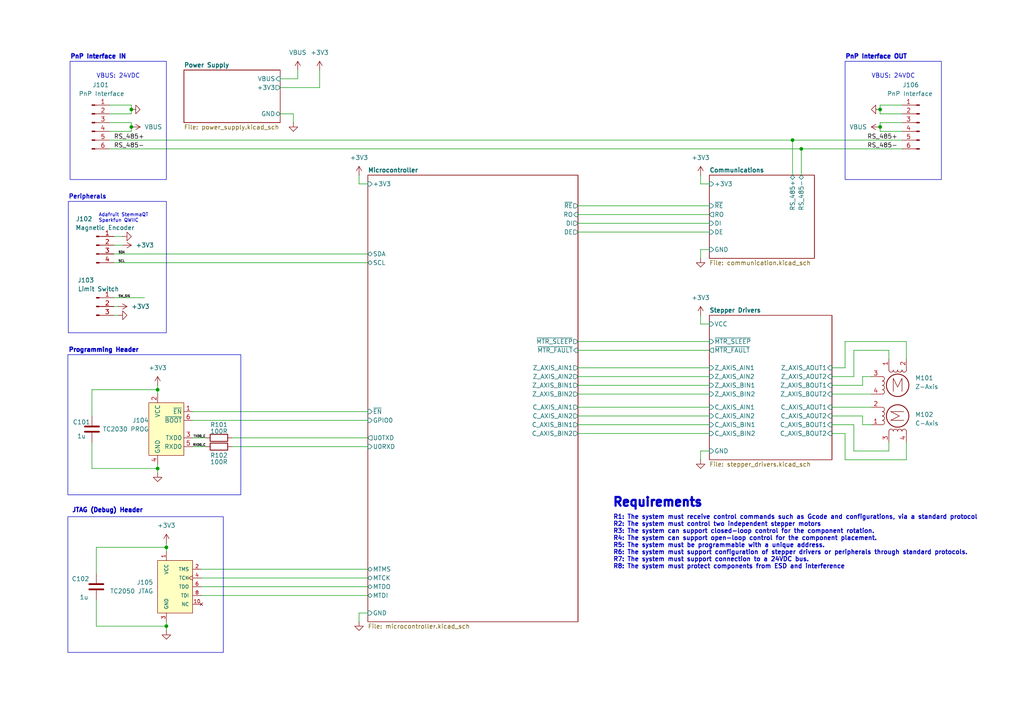
<source format=kicad_sch>
(kicad_sch (version 20231120) (generator "eeschema") (generator_version "8.0")
  (paper "A4")
  (title_block (title "SL_ST Tweezer Control Board") (date "2024-03-01") (rev "A1") (company "Olympus Engineering"))
  (lib_symbols
    (symbol "Connector:Conn_01x03_Pin" (pin_names (offset 1.016) hide)
      (property "Reference" "J" (at 0 5.08 0))
      (property "Value" "Conn_01x03_Pin" (at 0 -5.08 0))
      (symbol "Conn_01x03_Pin_1_1"
        (polyline (pts (xy 1.27 -2.54) (xy 0.8636 -2.54)) (stroke (width 0.1524)))
        (polyline (pts (xy 1.27 0) (xy 0.8636 0)) (stroke (width 0.1524)))
        (polyline (pts (xy 1.27 2.54) (xy 0.8636 2.54)) (stroke (width 0.1524)))
        (rectangle (start 0.8636 -2.413) (end 0 -2.667) (stroke (width 0.1524)) (fill (type outline)))
        (rectangle (start 0.8636 0.127) (end 0 -0.127) (stroke (width 0.1524)) (fill (type outline)))
        (rectangle (start 0.8636 2.667) (end 0 2.413) (stroke (width 0.1524)) (fill (type outline)))
        (pin passive line (at 5.08 2.54 180) (length 3.81) (name "Pin_1") (number "1"))
        (pin passive line (at 5.08 0 180) (length 3.81) (name "Pin_2") (number "2"))
        (pin passive line (at 5.08 -2.54 180) (length 3.81) (name "Pin_3") (number "3"))
      )
    )
    (symbol "Connector:Conn_01x04_Pin" (pin_names (offset 1.016) hide)
      (property "Reference" "J" (at 0 5.08 0))
      (property "Value" "Conn_01x04_Pin" (at 0 -7.62 0))
      (symbol "Conn_01x04_Pin_1_1"
        (polyline (pts (xy 1.27 -5.08) (xy 0.8636 -5.08)) (stroke (width 0.1524)))
        (polyline (pts (xy 1.27 -2.54) (xy 0.8636 -2.54)) (stroke (width 0.1524)))
        (polyline (pts (xy 1.27 0) (xy 0.8636 0)) (stroke (width 0.1524)))
        (polyline (pts (xy 1.27 2.54) (xy 0.8636 2.54)) (stroke (width 0.1524)))
        (rectangle (start 0.8636 -4.953) (end 0 -5.207) (stroke (width 0.1524)) (fill (type outline)))
        (rectangle (start 0.8636 -2.413) (end 0 -2.667) (stroke (width 0.1524)) (fill (type outline)))
        (rectangle (start 0.8636 0.127) (end 0 -0.127) (stroke (width 0.1524)) (fill (type outline)))
        (rectangle (start 0.8636 2.667) (end 0 2.413) (stroke (width 0.1524)) (fill (type outline)))
        (pin passive line (at 5.08 2.54 180) (length 3.81) (name "Pin_1") (number "1"))
        (pin passive line (at 5.08 0 180) (length 3.81) (name "Pin_2") (number "2"))
        (pin passive line (at 5.08 -2.54 180) (length 3.81) (name "Pin_3") (number "3"))
        (pin passive line (at 5.08 -5.08 180) (length 3.81) (name "Pin_4") (number "4"))
      )
    )
    (symbol "Connector:Conn_01x06_Pin" (pin_names (offset 1.016) hide)
      (property "Reference" "J" (at 0 7.62 0))
      (property "Value" "Conn_01x06_Pin" (at 0 -10.16 0))
      (symbol "Conn_01x06_Pin_1_1"
        (polyline (pts (xy 1.27 -7.62) (xy 0.8636 -7.62)) (stroke (width 0.1524)))
        (polyline (pts (xy 1.27 -5.08) (xy 0.8636 -5.08)) (stroke (width 0.1524)))
        (polyline (pts (xy 1.27 -2.54) (xy 0.8636 -2.54)) (stroke (width 0.1524)))
        (polyline (pts (xy 1.27 0) (xy 0.8636 0)) (stroke (width 0.1524)))
        (polyline (pts (xy 1.27 2.54) (xy 0.8636 2.54)) (stroke (width 0.1524)))
        (polyline (pts (xy 1.27 5.08) (xy 0.8636 5.08)) (stroke (width 0.1524)))
        (rectangle (start 0.8636 -7.493) (end 0 -7.747) (stroke (width 0.1524)) (fill (type outline)))
        (rectangle (start 0.8636 -4.953) (end 0 -5.207) (stroke (width 0.1524)) (fill (type outline)))
        (rectangle (start 0.8636 -2.413) (end 0 -2.667) (stroke (width 0.1524)) (fill (type outline)))
        (rectangle (start 0.8636 0.127) (end 0 -0.127) (stroke (width 0.1524)) (fill (type outline)))
        (rectangle (start 0.8636 2.667) (end 0 2.413) (stroke (width 0.1524)) (fill (type outline)))
        (rectangle (start 0.8636 5.207) (end 0 4.953) (stroke (width 0.1524)) (fill (type outline)))
        (pin passive line (at 5.08 5.08 180) (length 3.81) (name "Pin_1") (number "1"))
        (pin passive line (at 5.08 2.54 180) (length 3.81) (name "Pin_2") (number "2"))
        (pin passive line (at 5.08 0 180) (length 3.81) (name "Pin_3") (number "3"))
        (pin passive line (at 5.08 -2.54 180) (length 3.81) (name "Pin_4") (number "4"))
        (pin passive line (at 5.08 -5.08 180) (length 3.81) (name "Pin_5") (number "5"))
        (pin passive line (at 5.08 -7.62 180) (length 3.81) (name "Pin_6") (number "6"))
      )
    )
    (symbol "Device:C" (pin_numbers hide) (pin_names (offset 0.254))
      (property "Reference" "C" (at 0.635 2.54 0))
      (property "Value" "C" (at 0.635 -2.54 0))
      (symbol "C_0_1"
        (polyline (pts (xy -2.032 -0.762) (xy 2.032 -0.762)) (stroke (width 0.508)))
        (polyline (pts (xy -2.032 0.762) (xy 2.032 0.762)) (stroke (width 0.508)))
      )
      (symbol "C_1_1"
        (pin passive line (at 0 3.81 270) (length 2.794) (name "~") (number "1"))
        (pin passive line (at 0 -3.81 90) (length 2.794) (name "~") (number "2"))
      )
    )
    (symbol "Device:R" (pin_numbers hide) (pin_names (offset 0))
      (property "Reference" "R" (at 2.032 0 90))
      (property "Value" "R" (at 0 0 90))
      (symbol "R_0_1"
        (rectangle (start -1.016 -2.54) (end 1.016 2.54) (stroke (width 0.254)))
      )
      (symbol "R_1_1"
        (pin passive line (at 0 3.81 270) (length 1.27) (name "~") (number "1"))
        (pin passive line (at 0 -3.81 90) (length 1.27) (name "~") (number "2"))
      )
    )
    (symbol "Motor:Stepper_Motor_bipolar" (pin_names (offset 0) hide)
      (property "Reference" "M" (at 3.81 2.54 0))
      (property "Value" "Stepper_Motor_bipolar" (at 3.81 1.27 0))
      (symbol "Stepper_Motor_bipolar_0_0"
        (polyline (pts (xy -1.27 -1.778) (xy -1.27 2.032) (xy 0 -0.508) (xy 1.27 2.032) (xy 1.27 -1.778)))
      )
      (symbol "Stepper_Motor_bipolar_0_1"
        (arc (start -4.445 -2.54) (mid -3.8127 -1.905) (end -4.445 -1.27))
        (arc (start -4.445 -1.27) (mid -3.8127 -0.635) (end -4.445 0))
        (arc (start -4.445 0) (mid -3.8127 0.635) (end -4.445 1.27))
        (arc (start -4.445 1.27) (mid -3.8127 1.905) (end -4.445 2.54))
        (arc (start -2.54 4.445) (mid -1.905 3.8127) (end -1.27 4.445))
        (arc (start -1.27 4.445) (mid -0.635 3.8127) (end 0 4.445))
        (polyline (pts (xy -5.08 -2.54) (xy -4.445 -2.54)))
        (polyline (pts (xy -5.08 2.54) (xy -4.445 2.54)))
        (polyline (pts (xy -2.54 5.08) (xy -2.54 4.445)))
        (polyline (pts (xy 2.54 5.08) (xy 2.54 4.445)))
        (circle (center 0 0) (radius 3.2512) (stroke (width 0.254)))
        (arc (start 0 4.445) (mid 0.635 3.8127) (end 1.27 4.445))
        (arc (start 1.27 4.445) (mid 1.905 3.8127) (end 2.54 4.445))
      )
      (symbol "Stepper_Motor_bipolar_1_1"
        (pin passive line (at -2.54 7.62 270) (length 2.54) (name "~") (number "1"))
        (pin passive line (at 2.54 7.62 270) (length 2.54) (name "-") (number "2"))
        (pin passive line (at -7.62 2.54 0) (length 2.54) (name "~") (number "3"))
        (pin passive line (at -7.62 -2.54 0) (length 2.54) (name "~") (number "4"))
      )
    )
    (symbol "Olympus Engineering:Conn_ESP_JTAG_TagConnect_TC2050" (pin_names (offset 1.016))
      (property "Reference" "J" (at 3.81 8.89 0))
      (property "Value" "TC2050 JTAG" (at -2.54 -10.16 0))
      (symbol "Conn_ESP_JTAG_TagConnect_TC2050_0_0"
        (rectangle (start -5.08 -7.62) (end 5.08 7.62) (stroke (width 0.1524)) (fill (type background)))
      )
      (symbol "Conn_ESP_JTAG_TagConnect_TC2050_1_0"
        (pin passive line (at -2.54 10.16 270) (length 2.54) (name "VCC") (number "1"))
        (pin no_connect line (at 7.62 -5.08 180) (length 2.54) (name "NC") (number "10"))
        (pin bidirectional line (at 7.62 5.08 180) (length 2.54) (name "TMS") (number "2"))
        (pin power_in line (at -2.54 -10.16 90) (length 2.54) (name "GND") (number "3"))
        (pin output clock (at 7.62 2.54 180) (length 2.54) (name "TCK") (number "4"))
        (pin passive line (at -2.54 -10.16 90) (length 2.54) hide (name "GND") (number "5"))
        (pin output line (at 7.62 0 180) (length 2.54) (name "TDO") (number "6"))
        (pin passive line (at -2.54 -10.16 90) (length 2.54) hide (name "GND") (number "7"))
        (pin input line (at 7.62 -2.54 180) (length 2.54) (name "TDI") (number "8"))
        (pin passive line (at -2.54 -10.16 90) (length 2.54) hide (name "GND") (number "9"))
      )
    )
    (symbol "Olympus Engineering:Conn_ESP_PROG_TagConnect_TC2030"
      (property "Reference" "J" (at 1.27 8.89 0))
      (property "Value" "TC2030 PROG" (at 2.54 -8.89 0))
      (symbol "Conn_ESP_PROG_TagConnect_TC2030_0_1"
        (rectangle (start -7.62 7.62) (end 2.54 -7.62) (fill (type background)))
      )
      (symbol "Conn_ESP_PROG_TagConnect_TC2030_1_0"
        (pin open_collector line (at 5.08 5.08 180) (length 2.54) (name "~{EN}") (number "1"))
        (pin power_in line (at -5.08 10.16 270) (length 2.54) (name "VCC") (number "2"))
        (pin bidirectional line (at 5.08 -2.54 180) (length 2.54) (name "TXD0") (number "3"))
        (pin power_in line (at -5.08 -10.16 90) (length 2.54) (name "GND") (number "4"))
        (pin bidirectional line (at 5.08 -5.08 180) (length 2.54) (name "RXD0") (number "5"))
        (pin open_collector line (at 5.08 2.54 180) (length 2.54) (name "~{BOOT}") (number "6"))
      )
    )
    (symbol "power:+3V3" (power) (pin_numbers hide) (pin_names (offset 0) hide)
      (property "Value" "+3V3" (at 0 3.556 0))
      (symbol "+3V3_0_1"
        (polyline (pts (xy -0.762 1.27) (xy 0 2.54)))
        (polyline (pts (xy 0 0) (xy 0 2.54)))
        (polyline (pts (xy 0 2.54) (xy 0.762 1.27)))
      )
      (symbol "+3V3_1_1"
        (pin power_in line (at 0 0 90) (length 0) (name "~") (number "1"))
      )
    )
    (symbol "power:+5V" (power) (pin_numbers hide) (pin_names (offset 0) hide)
      (property "Value" "+5V" (at 0 3.556 0))
      (symbol "+5V_0_1"
        (polyline (pts (xy -0.762 1.27) (xy 0 2.54)))
        (polyline (pts (xy 0 0) (xy 0 2.54)))
        (polyline (pts (xy 0 2.54) (xy 0.762 1.27)))
      )
      (symbol "+5V_1_1"
        (pin power_in line (at 0 0 90) (length 0) (name "~") (number "1"))
      )
    )
    (symbol "power:GND" (power) (pin_numbers hide) (pin_names (offset 0) hide)
      (property "Value" "GND" (at 0 -3.81 0))
      (symbol "GND_0_1"
        (polyline (pts (xy 0 0) (xy 0 -1.27) (xy 1.27 -1.27) (xy 0 -2.54) (xy -1.27 -1.27) (xy 0 -1.27)))
      )
      (symbol "GND_1_1"
        (pin power_in line (at 0 0 270) (length 0) (name "~") (number "1"))
      )
    )
    (symbol "power:VBUS" (power) (pin_numbers hide) (pin_names (offset 0) hide)
      (property "Value" "VBUS" (at 0 3.556 0))
      (symbol "VBUS_0_1"
        (polyline (pts (xy -0.762 1.27) (xy 0 2.54)))
        (polyline (pts (xy 0 0) (xy 0 2.54)))
        (polyline (pts (xy 0 2.54) (xy 0.762 1.27)))
      )
      (symbol "VBUS_1_1"
        (pin power_in line (at 0 0 90) (length 0) (name "~") (number "1"))
      )
    )
  )
  (junction (at 255.27 36.83))
  (junction (at 38.1 31.75))
  (junction (at 48.26 158.75))
  (junction (at 255.27 31.75))
  (junction (at 232.41 43.18))
  (junction (at 45.72 135.89))
  (junction (at 45.72 113.03))
  (junction (at 229.87 40.64))
  (junction (at 38.1 36.83))
  (junction (at 48.26 181.61))
  (wire (pts (xy 55.88 119.38) (xy 106.68 119.38)))
  (wire (pts (xy 45.72 113.03) (xy 45.72 114.3)))
  (wire (pts (xy 81.28 33.02) (xy 85.09 33.02)))
  (wire (pts (xy 205.74 72.39) (xy 203.2 72.39)))
  (wire (pts (xy 255.27 31.75) (xy 255.27 30.48)))
  (wire (pts (xy 261.62 35.56) (xy 255.27 35.56)))
  (wire (pts (xy 167.64 101.6) (xy 205.74 101.6)))
  (wire (pts (xy 33.02 73.66) (xy 106.68 73.66)))
  (wire (pts (xy 250.19 111.76) (xy 250.19 109.22)))
  (wire (pts (xy 85.09 33.02) (xy 85.09 35.56)))
  (wire (pts (xy 167.64 118.11) (xy 205.74 118.11)))
  (wire (pts (xy 31.75 40.64) (xy 229.87 40.64)))
  (wire (pts (xy 257.81 130.81) (xy 257.81 128.27)))
  (wire (pts (xy 31.75 30.48) (xy 38.1 30.48)))
  (wire (pts (xy 261.62 38.1) (xy 255.27 38.1)))
  (wire (pts (xy 38.1 36.83) (xy 38.1 35.56)))
  (wire (pts (xy 81.28 25.4) (xy 92.71 25.4)))
  (wire (pts (xy 167.64 109.22) (xy 205.74 109.22)))
  (wire (pts (xy 58.42 170.18) (xy 106.68 170.18)))
  (wire (pts (xy 38.1 33.02) (xy 38.1 31.75)))
  (wire (pts (xy 38.1 38.1) (xy 38.1 36.83)))
  (wire (pts (xy 86.36 20.32) (xy 86.36 22.86)))
  (wire (pts (xy 205.74 93.98) (xy 203.2 93.98)))
  (wire (pts (xy 167.64 59.69) (xy 205.74 59.69)))
  (wire (pts (xy 106.68 177.8) (xy 104.14 177.8)))
  (wire (pts (xy 250.19 123.19) (xy 250.19 120.65)))
  (wire (pts (xy 167.64 62.23) (xy 205.74 62.23)))
  (wire (pts (xy 241.3 109.22) (xy 247.65 109.22)))
  (wire (pts (xy 48.26 181.61) (xy 48.26 182.88)))
  (wire (pts (xy 241.3 106.68) (xy 245.11 106.68)))
  (wire (pts (xy 232.41 43.18) (xy 261.62 43.18)))
  (wire (pts (xy 245.11 99.06) (xy 262.89 99.06)))
  (wire (pts (xy 241.3 120.65) (xy 250.19 120.65)))
  (wire (pts (xy 252.73 123.19) (xy 250.19 123.19)))
  (wire (pts (xy 104.14 50.8) (xy 104.14 53.34)))
  (wire (pts (xy 262.89 99.06) (xy 262.89 104.14)))
  (wire (pts (xy 241.3 125.73) (xy 245.11 125.73)))
  (wire (pts (xy 27.94 158.75) (xy 48.26 158.75)))
  (wire (pts (xy 33.02 68.58) (xy 35.56 68.58)))
  (wire (pts (xy 167.64 114.3) (xy 205.74 114.3)))
  (wire (pts (xy 232.41 50.8) (xy 232.41 43.18)))
  (wire (pts (xy 33.02 76.2) (xy 106.68 76.2)))
  (wire (pts (xy 33.02 88.9) (xy 34.29 88.9)))
  (wire (pts (xy 26.67 120.65) (xy 26.67 113.03)))
  (wire (pts (xy 59.69 127) (xy 55.88 127)))
  (wire (pts (xy 31.75 43.18) (xy 232.41 43.18)))
  (wire (pts (xy 27.94 173.99) (xy 27.94 181.61)))
  (wire (pts (xy 167.64 123.19) (xy 205.74 123.19)))
  (wire (pts (xy 229.87 40.64) (xy 261.62 40.64)))
  (wire (pts (xy 58.42 172.72) (xy 106.68 172.72)))
  (wire (pts (xy 241.3 118.11) (xy 252.73 118.11)))
  (wire (pts (xy 257.81 101.6) (xy 257.81 104.14)))
  (wire (pts (xy 205.74 53.34) (xy 203.2 53.34)))
  (wire (pts (xy 34.29 91.44) (xy 33.02 91.44)))
  (wire (pts (xy 67.31 127) (xy 106.68 127)))
  (wire (pts (xy 205.74 130.81) (xy 203.2 130.81)))
  (wire (pts (xy 255.27 36.83) (xy 255.27 35.56)))
  (wire (pts (xy 245.11 106.68) (xy 245.11 99.06)))
  (wire (pts (xy 31.75 38.1) (xy 38.1 38.1)))
  (wire (pts (xy 241.3 123.19) (xy 247.65 123.19)))
  (wire (pts (xy 27.94 181.61) (xy 48.26 181.61)))
  (wire (pts (xy 203.2 130.81) (xy 203.2 133.35)))
  (wire (pts (xy 167.64 125.73) (xy 205.74 125.73)))
  (wire (pts (xy 167.64 99.06) (xy 205.74 99.06)))
  (wire (pts (xy 31.75 35.56) (xy 38.1 35.56)))
  (wire (pts (xy 58.42 167.64) (xy 106.68 167.64)))
  (wire (pts (xy 104.14 53.34) (xy 106.68 53.34)))
  (wire (pts (xy 104.14 177.8) (xy 104.14 180.34)))
  (wire (pts (xy 45.72 111.76) (xy 45.72 113.03)))
  (wire (pts (xy 229.87 50.8) (xy 229.87 40.64)))
  (wire (pts (xy 203.2 72.39) (xy 203.2 74.93)))
  (wire (pts (xy 38.1 31.75) (xy 38.1 30.48)))
  (wire (pts (xy 247.65 109.22) (xy 247.65 101.6)))
  (wire (pts (xy 48.26 158.75) (xy 48.26 160.02)))
  (wire (pts (xy 262.89 133.35) (xy 262.89 128.27)))
  (wire (pts (xy 250.19 109.22) (xy 252.73 109.22)))
  (wire (pts (xy 33.02 71.12) (xy 35.56 71.12)))
  (wire (pts (xy 241.3 114.3) (xy 252.73 114.3)))
  (wire (pts (xy 255.27 33.02) (xy 255.27 31.75)))
  (wire (pts (xy 247.65 123.19) (xy 247.65 130.81)))
  (wire (pts (xy 26.67 128.27) (xy 26.67 135.89)))
  (wire (pts (xy 241.3 111.76) (xy 250.19 111.76)))
  (wire (pts (xy 167.64 111.76) (xy 205.74 111.76)))
  (wire (pts (xy 261.62 30.48) (xy 255.27 30.48)))
  (wire (pts (xy 92.71 25.4) (xy 92.71 20.32)))
  (wire (pts (xy 59.69 129.54) (xy 55.88 129.54)))
  (wire (pts (xy 45.72 135.89) (xy 45.72 134.62)))
  (wire (pts (xy 167.64 120.65) (xy 205.74 120.65)))
  (wire (pts (xy 55.88 121.92) (xy 106.68 121.92)))
  (wire (pts (xy 203.2 93.98) (xy 203.2 91.44)))
  (wire (pts (xy 255.27 38.1) (xy 255.27 36.83)))
  (wire (pts (xy 45.72 137.16) (xy 45.72 135.89)))
  (wire (pts (xy 167.64 64.77) (xy 205.74 64.77)))
  (wire (pts (xy 48.26 157.48) (xy 48.26 158.75)))
  (wire (pts (xy 26.67 135.89) (xy 45.72 135.89)))
  (wire (pts (xy 67.31 129.54) (xy 106.68 129.54)))
  (wire (pts (xy 27.94 166.37) (xy 27.94 158.75)))
  (wire (pts (xy 31.75 33.02) (xy 38.1 33.02)))
  (wire (pts (xy 247.65 101.6) (xy 257.81 101.6)))
  (wire (pts (xy 167.64 106.68) (xy 205.74 106.68)))
  (wire (pts (xy 245.11 133.35) (xy 262.89 133.35)))
  (wire (pts (xy 247.65 130.81) (xy 257.81 130.81)))
  (wire (pts (xy 203.2 53.34) (xy 203.2 50.8)))
  (wire (pts (xy 26.67 113.03) (xy 45.72 113.03)))
  (wire (pts (xy 33.02 86.36) (xy 41.91 86.36)))
  (wire (pts (xy 86.36 22.86) (xy 81.28 22.86)))
  (wire (pts (xy 261.62 33.02) (xy 255.27 33.02)))
  (wire (pts (xy 245.11 125.73) (xy 245.11 133.35)))
  (wire (pts (xy 48.26 180.34) (xy 48.26 181.61)))
  (wire (pts (xy 167.64 67.31) (xy 205.74 67.31)))
  (wire (pts (xy 58.42 165.1) (xy 106.68 165.1)))
  (rectangle (start 19.812 58.42) (end 48.26 96.52))
  (rectangle (start 19.685 149.86) (end 64.77 189.23))
  (rectangle (start 20.32 17.78) (end 48.26 52.07))
  (rectangle (start 19.685 102.87) (end 69.85 143.51))
  (rectangle (start 245.11 17.78) (end 273.05 52.07))
  (text "Peripherals" (at 25.4 57.15 0) (effects (font (size 1.27 1.27) (thickness 0.254) (bold yes))))
  (text "VBUS: 24VDC" (at 252.73 22.86 0) (effects (font (size 1.27 1.27)) (justify left bottom)))
  (text "Requirements" (at 190.754 145.796 0) (effects (font (size 2.54 2.54) (thickness 1) (bold yes))))
  (text "JTAG (Debug) Header" (at 20.828 148.844 0) (effects (font (size 1.27 1.27) (thickness 0.508) (bold yes)) (justify left bottom)))
  (text "Programming Header" (at 19.812 102.362 0) (effects (font (size 1.27 1.27) (thickness 0.508) (bold yes)) (justify left bottom)))
  (text "VBUS: 24VDC" (at 27.94 22.86 0) (effects (font (size 1.27 1.27)) (justify left bottom)))
  (text "PnP Interface OUT" (at 245.11 17.272 0) (effects (font (size 1.27 1.27) (thickness 0.508) (bold yes)) (justify left bottom)))
  (text "R1: The system must receive control commands such as Gcode and configurations, via a standard protocol\nR2: The system must control two independent stepper motors\nR3: The system can support closed-loop control for the component rotation.\nR4: The system can support open-loop control for the component placement.\nR5: The system must be programmable with a unique address.\nR6: The system must support configuration of stepper drivers or peripherals through standard protocols.\nR7: The system must support connection to a 24VDC bus.\nR8: The system must protect components from ESD and interference" (at 177.8 157.226 0) (effects (font (size 1.27 1.27) (bold yes)) (justify left)))
  (text "PnP Interface IN" (at 20.32 17.272 0) (effects (font (size 1.27 1.27) (thickness 0.508) (bold yes)) (justify left bottom)))
  (text "Adafruit StemmaQT\nSparkfun QWIIC" (at 28.575 63.246 0) (effects (font (size 1 1)) (justify left)))
  (label "SDA" (at 34.29 73.66 0) (effects (font (size 0.635 0.635))))
  (label "SW_SIG" (at 34.29 86.36 0) (effects (font (size 0.635 0.635))))
  (label "RS_485+" (at 260.35 40.64 180))
  (label "RS_485-" (at 260.35 43.18 180))
  (label "RS_485-" (at 33.02 43.18 0))
  (label "RXD0_C" (at 59.69 129.54 180) (effects (font (size 0.635 0.635))))
  (label "TXD0_C" (at 59.69 127 180) (effects (font (size 0.635 0.635))))
  (label "SCL" (at 34.29 76.2 0) (effects (font (size 0.635 0.635))))
  (label "RS_485+" (at 33.02 40.64 0))
  (symbol (lib_id "Device:C") (at 26.67 124.46 0) (unit 1)
    (property "Reference" "C101" (at 21.082 122.428 0) (effects (justify left)))
    (property "Value" "1u" (at 22.352 126.492 0) (effects (justify left)))
    (property "Footprint" "Capacitor_SMD:C_0603_1608Metric" (effects (hide yes)))
  )
  (symbol (lib_id "Connector:Conn_01x03_Pin") (at 27.94 88.9 0) (unit 1)
    (property "Reference" "J103" (at 24.892 81.28 0))
    (property "Value" "Limit Switch" (at 28.575 83.82 0))
    (property "Footprint" "Connector_JST:JST_SH_SM03B-SRSS-TB_1x03-1MP_P1.00mm_Horizontal" (effects (hide yes)))
    (property "Description" "Generic connector, single row, 01x03, script generated" (effects (hide yes)))
  )
  (symbol (lib_id "power:+3V3") (at 48.26 157.48 0) (unit 1)
    (property "Reference" "#PWR0109" (effects (hide yes)))
    (property "Value" "+3V3" (at 48.26 152.4 0))
  )
  (symbol (lib_id "power:+3V3") (at 203.2 50.8 0) (unit 1)
    (property "Reference" "#PWR0117" (effects (hide yes)))
    (property "Value" "+3V3" (at 203.2 45.72 0))
    (property "Description" "Power symbol creates a global label with name \"+3V3\"" (effects (hide yes)))
  )
  (symbol (lib_id "power:+3V3") (at 104.14 50.8 0) (unit 1)
    (property "Reference" "#PWR0115" (effects (hide yes)))
    (property "Value" "+3V3" (at 104.14 45.72 0))
    (property "Description" "Power symbol creates a global label with name \"+3V3\"" (effects (hide yes)))
  )
  (symbol (lib_id "power:GND") (at 35.56 68.58 90) (unit 1)
    (property "Reference" "#PWR0103" (effects (hide yes)))
    (property "Value" "GND" (effects (hide yes)))
    (property "Description" "Power symbol creates a global label with name \"GND\" , ground" (effects (hide yes)))
  )
  (symbol (lib_id "Motor:Stepper_Motor_bipolar") (at 260.35 111.76 0) (unit 1)
    (property "Reference" "M101" (at 265.43 109.639 0) (effects (justify left)))
    (property "Value" "Z-Axis" (at 265.43 112.179 0) (effects (justify left)))
    (property "Footprint" "Connector_JST:JST_PH_S4B-PH-SM4-TB_1x04-1MP_P2.00mm_Horizontal" (effects (hide yes)))
    (property "Datasheet" "http://www.infineon.com/dgdl/Application-Note-TLE8110EE_driving_UniPolarStepperMotor_V1.1.pdf?fileId=db3a30431be39b97011be5d0aa0a00b0" (effects (hide yes)))
    (property "Description" "4-wire bipolar stepper motor" (effects (hide yes)))
  )
  (symbol (lib_id "Olympus Engineering:Conn_ESP_PROG_TagConnect_TC2030") (at 50.8 124.46 0) (unit 1)
    (property "Reference" "J104" (at 43.18 121.92 0) (effects (justify right)))
    (property "Value" "TC2030 PROG" (at 43.18 124.46 0) (effects (justify right)))
    (property "Footprint" "Connector:Tag-Connect_TC2030-IDC-FP_2x03_P1.27mm_Vertical" (effects (hide yes)))
  )
  (symbol (lib_id "power:+5V") (at 34.29 88.9 270) (unit 1)
    (property "Reference" "#PWR0101" (effects (hide yes)))
    (property "Value" "+3V3" (at 38.1 88.8999 90) (effects (justify left)))
    (property "Description" "Power symbol creates a global label with name \"+5V\"" (effects (hide yes)))
  )
  (symbol (lib_id "Connector:Conn_01x06_Pin") (at 26.67 35.56 0) (unit 1)
    (property "Reference" "J101" (at 29.21 24.638 0))
    (property "Value" "PnP Interface" (at 29.464 27.178 0))
    (property "Footprint" "Connector_IDC:IDC-Header_2x06_P2.54mm_Vertical" (effects (hide yes)))
    (property "Description" "Generic connector, single row, 01x06, script generated" (effects (hide yes)))
  )
  (symbol (lib_id "Device:R") (at 63.5 127 270) (mirror x) (unit 1)
    (property "Reference" "R101" (at 63.5 123.19 90))
    (property "Value" "100R" (at 63.5 125.095 90))
    (property "Footprint" "Resistor_SMD:R_0603_1608Metric" (effects (hide yes)))
    (property "Datasheet" "https://www.yageo.com/upload/media/product/app/datasheet/rchip/pyu-rc_group_51_rohs_l.pdf" (effects (hide yes)))
    (property "Distributor Link" "https://www.digikey.com/en/products/detail/yageo/RC0603FR-131ML/13694152" (effects (hide yes)))
    (property "Manfacturer PN" "RC0603FR-131ML" (effects (hide yes)))
    (property "Manufacturer" "YAGEO" (effects (hide yes)))
  )
  (symbol (lib_id "Motor:Stepper_Motor_bipolar") (at 260.35 120.65 90) (unit 1)
    (property "Reference" "M102" (at 265.43 120.2308 90) (effects (justify right)))
    (property "Value" "C-Axis" (at 265.43 122.7708 90) (effects (justify right)))
    (property "Footprint" "Connector_JST:JST_PH_S4B-PH-SM4-TB_1x04-1MP_P2.00mm_Horizontal" (effects (hide yes)))
    (property "Datasheet" "http://www.infineon.com/dgdl/Application-Note-TLE8110EE_driving_UniPolarStepperMotor_V1.1.pdf?fileId=db3a30431be39b97011be5d0aa0a00b0" (effects (hide yes)))
    (property "Description" "4-wire bipolar stepper motor" (effects (hide yes)))
  )
  (symbol (lib_id "power:VBUS") (at 255.27 36.83 90) (mirror x) (unit 1)
    (property "Reference" "#PWR0122" (effects (hide yes)))
    (property "Value" "VBUS" (at 251.46 36.8299 90) (effects (justify left)))
    (property "Description" "Power symbol creates a global label with name \"VBUS\"" (effects (hide yes)))
  )
  (symbol (lib_id "Connector:Conn_01x06_Pin") (at 266.7 35.56 0) (mirror y) (unit 1)
    (property "Reference" "J106" (at 264.16 24.638 0))
    (property "Value" "PnP Interface" (at 263.906 27.178 0))
    (property "Footprint" "Connector_IDC:IDC-Header_2x06_P2.54mm_Vertical" (effects (hide yes)))
    (property "Description" "Generic connector, single row, 01x06, script generated" (effects (hide yes)))
  )
  (symbol (lib_id "power:GND") (at 255.27 31.75 270) (mirror x) (unit 1)
    (property "Reference" "#PWR0121" (effects (hide yes)))
    (property "Value" "GND" (effects (hide yes)))
    (property "Description" "Power symbol creates a global label with name \"GND\" , ground" (effects (hide yes)))
  )
  (symbol (lib_id "Device:R") (at 63.5 129.54 270) (mirror x) (unit 1)
    (property "Reference" "R102" (at 63.5 132.08 90))
    (property "Value" "100R" (at 63.5 133.985 90))
    (property "Footprint" "Resistor_SMD:R_0603_1608Metric" (effects (hide yes)))
    (property "Datasheet" "https://www.yageo.com/upload/media/product/app/datasheet/rchip/pyu-rc_group_51_rohs_l.pdf" (effects (hide yes)))
    (property "Distributor Link" "https://www.digikey.com/en/products/detail/yageo/RC0603FR-131ML/13694152" (effects (hide yes)))
    (property "Manfacturer PN" "RC0603FR-131ML" (effects (hide yes)))
    (property "Manufacturer" "YAGEO" (effects (hide yes)))
  )
  (symbol (lib_id "power:GND") (at 45.72 137.16 0) (unit 1)
    (property "Reference" "#PWR0108" (effects (hide yes)))
    (property "Value" "GND" (effects (hide yes)))
  )
  (symbol (lib_id "power:+3V3") (at 92.71 20.32 0) (unit 1)
    (property "Reference" "#PWR0114" (effects (hide yes)))
    (property "Value" "+3V3" (at 92.71 15.24 0))
    (property "Description" "Power symbol creates a global label with name \"+3V3\"" (effects (hide yes)))
  )
  (symbol (lib_id "Olympus Engineering:Conn_ESP_JTAG_TagConnect_TC2050") (at 50.8 170.18 0) (unit 1)
    (property "Reference" "J105" (at 44.45 168.91 0) (effects (justify right)))
    (property "Value" "TC2050 JTAG" (at 44.45 171.45 0) (effects (justify right)))
    (property "Footprint" "Connector:Tag-Connect_TC2050-IDC-FP_2x05_P1.27mm_Vertical" (effects (hide yes)))
    (property "Description" "\nMSP-FET430 Flash Emulation Tool Plug-Of-Nails™ Adapter Cable\n" (effects (hide yes)))
    (property "MF" "Tag-Connect LLC" (effects (hide yes)))
    (property "Package" "None" (effects (hide yes)))
    (property "Price" "None" (effects (hide yes)))
    (property "STANDARD" "Manufacturer Recommendations" (effects (hide yes)))
    (property "PARTREV" "A" (effects (hide yes)))
    (property "SnapEDA_Link" "https://www.snapeda.com/parts/TC2050-IDC/Tag-Connect+LLC/view-part/?ref=snap" (effects (hide yes)))
    (property "MP" "TC2050-IDC" (effects (hide yes)))
    (property "Availability" "In Stock" (effects (hide yes)))
    (property "Check_prices" "https://www.snapeda.com/parts/TC2050-IDC/Tag-Connect+LLC/view-part/?ref=eda" (effects (hide yes)))
  )
  (symbol (lib_id "power:+3V3") (at 45.72 111.76 0) (unit 1)
    (property "Reference" "#PWR0107" (effects (hide yes)))
    (property "Value" "+3V3" (at 45.72 106.68 0))
  )
  (symbol (lib_id "power:+5V") (at 203.2 91.44 0) (unit 1)
    (property "Reference" "#PWR0119" (effects (hide yes)))
    (property "Value" "+3V3" (at 203.2 86.36 0))
    (property "Description" "Power symbol creates a global label with name \"+5V\"" (effects (hide yes)))
  )
  (symbol (lib_id "power:GND") (at 48.26 182.88 0) (unit 1)
    (property "Reference" "#PWR0110" (effects (hide yes)))
    (property "Value" "GND" (effects (hide yes)))
  )
  (symbol (lib_id "power:GND") (at 38.1 31.75 90) (unit 1)
    (property "Reference" "#PWR0105" (effects (hide yes)))
    (property "Value" "GND" (effects (hide yes)))
    (property "Description" "Power symbol creates a global label with name \"GND\" , ground" (effects (hide yes)))
  )
  (symbol (lib_id "Connector:Conn_01x04_Pin") (at 27.94 71.12 0) (unit 1)
    (property "Reference" "J102" (at 24.384 63.5 0))
    (property "Value" "Magnetic Encoder" (at 30.48 66.04 0))
    (property "Footprint" "Connector_JST:JST_SH_SM04B-SRSS-TB_1x04-1MP_P1.00mm_Horizontal" (effects (hide yes)))
    (property "Description" "Generic connector, single row, 01x04, script generated" (effects (hide yes)))
  )
  (symbol (lib_id "power:+5V") (at 35.56 71.12 270) (unit 1)
    (property "Reference" "#PWR0104" (effects (hide yes)))
    (property "Value" "+3V3" (at 39.37 71.1199 90) (effects (justify left)))
    (property "Description" "Power symbol creates a global label with name \"+5V\"" (effects (hide yes)))
  )
  (symbol (lib_id "Device:C") (at 27.94 170.18 0) (mirror y) (unit 1)
    (property "Reference" "C102" (at 25.908 167.894 0) (effects (justify left)))
    (property "Value" "1u" (at 25.654 173.228 0) (effects (justify left)))
    (property "Footprint" "Capacitor_SMD:C_0603_1608Metric" (effects (hide yes)))
  )
  (symbol (lib_id "power:VBUS") (at 86.36 20.32 0) (unit 1)
    (property "Reference" "#PWR0112" (effects (hide yes)))
    (property "Value" "VBUS" (at 86.36 15.24 0))
    (property "Description" "Power symbol creates a global label with name \"VBUS\"" (effects (hide yes)))
  )
  (symbol (lib_id "power:GND") (at 34.29 91.44 90) (unit 1)
    (property "Reference" "#PWR0102" (effects (hide yes)))
    (property "Value" "GND" (effects (hide yes)))
    (property "Description" "Power symbol creates a global label with name \"GND\" , ground" (effects (hide yes)))
  )
  (symbol (lib_id "power:GND") (at 203.2 133.35 0) (unit 1)
    (property "Reference" "#PWR0120" (effects (hide yes)))
    (property "Value" "GND" (effects (hide yes)))
    (property "Description" "Power symbol creates a global label with name \"GND\" , ground" (effects (hide yes)))
  )
  (symbol (lib_id "power:GND") (at 104.14 180.34 0) (unit 1)
    (property "Reference" "#PWR0116" (effects (hide yes)))
    (property "Value" "GND" (effects (hide yes)))
    (property "Description" "Power symbol creates a global label with name \"GND\" , ground" (effects (hide yes)))
  )
  (symbol (lib_id "power:GND") (at 85.09 35.56 0) (unit 1)
    (property "Reference" "#PWR0111" (effects (hide yes)))
    (property "Value" "GND" (effects (hide yes)))
    (property "Description" "Power symbol creates a global label with name \"GND\" , ground" (effects (hide yes)))
  )
  (symbol (lib_id "power:GND") (at 203.2 74.93 0) (unit 1)
    (property "Reference" "#PWR0118" (effects (hide yes)))
    (property "Value" "GND" (effects (hide yes)))
    (property "Description" "Power symbol creates a global label with name \"GND\" , ground" (effects (hide yes)))
  )
  (symbol (lib_id "power:VBUS") (at 38.1 36.83 270) (unit 1)
    (property "Reference" "#PWR0106" (effects (hide yes)))
    (property "Value" "VBUS" (at 41.91 36.8299 90) (effects (justify left)))
    (property "Description" "Power symbol creates a global label with name \"VBUS\"" (effects (hide yes)))
  )
  (sheet (at 205.74 91.44) (size 35.56 41.91) (stroke (width 0.1524))
    (property "Sheetname" "Stepper Drivers" (at 205.74 90.7284 0) (effects (font (bold yes)) (justify left bottom)))
    (property "Sheetfile" "stepper_drivers.kicad_sch" (at 205.74 133.9346 0) (effects (justify left top)))
    (pin "C_AXIS_AIN2" input (at 205.74 120.65 180))
    (pin "C_AXIS_AIN1" input (at 205.74 118.11 180))
    (pin "C_AXIS_BIN1" input (at 205.74 123.19 180))
    (pin "C_AXIS_BIN2" input (at 205.74 125.73 180))
    (pin "~{MTR_SLEEP}" input (at 205.74 99.06 180))
    (pin "Z_AXIS_BOUT2" input (at 241.3 114.3 0))
    (pin "Z_AXIS_AOUT1" input (at 241.3 106.68 0))
    (pin "Z_AXIS_AOUT2" input (at 241.3 109.22 0))
    (pin "Z_AXIS_BOUT1" input (at 241.3 111.76 0))
    (pin "~{MTR_FAULT}" output (at 205.74 101.6 180))
    (pin "GND" input (at 205.74 130.81 180))
    (pin "VCC" input (at 205.74 93.98 180))
    (pin "Z_AXIS_AIN2" input (at 205.74 109.22 180))
    (pin "Z_AXIS_AIN1" input (at 205.74 106.68 180))
    (pin "Z_AXIS_BIN1" input (at 205.74 111.76 180))
    (pin "Z_AXIS_BIN2" input (at 205.74 114.3 180))
    (pin "C_AXIS_BOUT1" input (at 241.3 123.19 0))
    (pin "C_AXIS_AOUT2" input (at 241.3 120.65 0))
    (pin "C_AXIS_AOUT1" input (at 241.3 118.11 0))
    (pin "C_AXIS_BOUT2" input (at 241.3 125.73 0))
  )
  (sheet (at 106.68 50.8) (size 60.96 129.54) (stroke (width 0.1524))
    (property "Sheetname" "Microcontroller" (at 106.68 50.0884 0) (effects (font (bold yes)) (justify left bottom)))
    (property "Sheetfile" "microcontroller.kicad_sch" (at 106.68 180.9246 0) (effects (justify left top)))
    (pin "+3V3" input (at 106.68 53.34 180))
    (pin "GND" input (at 106.68 177.8 180))
    (pin "MTCK" bidirectional (at 106.68 167.64 180))
    (pin "GPIO0" input (at 106.68 121.92 180))
    (pin "MTMS" bidirectional (at 106.68 165.1 180))
    (pin "U0TXD" output (at 106.68 127 180))
    (pin "U0RXD" input (at 106.68 129.54 180))
    (pin "MTDO" bidirectional (at 106.68 170.18 180))
    (pin "MTDI" bidirectional (at 106.68 172.72 180))
    (pin "~{MTR_FAULT}" input (at 167.64 101.6 0))
    (pin "~{MTR_SLEEP}" output (at 167.64 99.06 0))
    (pin "~{EN}" input (at 106.68 119.38 180))
    (pin "C_AXIS_BIN2" output (at 167.64 125.73 0))
    (pin "C_AXIS_AIN2" output (at 167.64 120.65 0))
    (pin "C_AXIS_AIN1" output (at 167.64 118.11 0))
    (pin "DE" output (at 167.64 67.31 0))
    (pin "DI" output (at 167.64 64.77 0))
    (pin "~{RE}" output (at 167.64 59.69 0))
    (pin "RO" input (at 167.64 62.23 0))
    (pin "SDA" bidirectional (at 106.68 73.66 180))
    (pin "SCL" bidirectional (at 106.68 76.2 180))
    (pin "Z_AXIS_AIN2" output (at 167.64 109.22 0))
    (pin "Z_AXIS_BIN1" output (at 167.64 111.76 0))
    (pin "Z_AXIS_AIN1" output (at 167.64 106.68 0))
    (pin "Z_AXIS_BIN2" output (at 167.64 114.3 0))
    (pin "C_AXIS_BIN1" output (at 167.64 123.19 0))
  )
  (sheet (at 205.74 50.8) (size 30.48 24.13) (stroke (width 0.1524))
    (property "Sheetname" "Communications" (at 205.74 50.0884 0) (effects (font (bold yes)) (justify left bottom)))
    (property "Sheetfile" "communication.kicad_sch" (at 205.74 75.5146 0) (effects (justify left top)))
    (pin "GND" input (at 205.74 72.39 180))
    (pin "RS_485-" bidirectional (at 232.41 50.8 90))
    (pin "RS_485+" bidirectional (at 229.87 50.8 90))
    (pin "+3V3" input (at 205.74 53.34 180))
    (pin "RO" output (at 205.74 62.23 180))
    (pin "DI" input (at 205.74 64.77 180))
    (pin "DE" input (at 205.74 67.31 180))
    (pin "~{RE}" input (at 205.74 59.69 180))
  )
  (sheet (at 53.34 20.32) (size 27.94 15.24) (stroke (width 0.1524))
    (property "Sheetname" "Power Supply" (at 53.34 19.6084 0) (effects (font (bold yes)) (justify left bottom)))
    (property "Sheetfile" "power_supply.kicad_sch" (at 53.34 36.1446 0) (effects (justify left top)))
    (pin "+3V3" output (at 81.28 25.4 0))
    (pin "VBUS" input (at 81.28 22.86 0))
    (pin "GND" bidirectional (at 81.28 33.02 0))
  )
)
</source>
